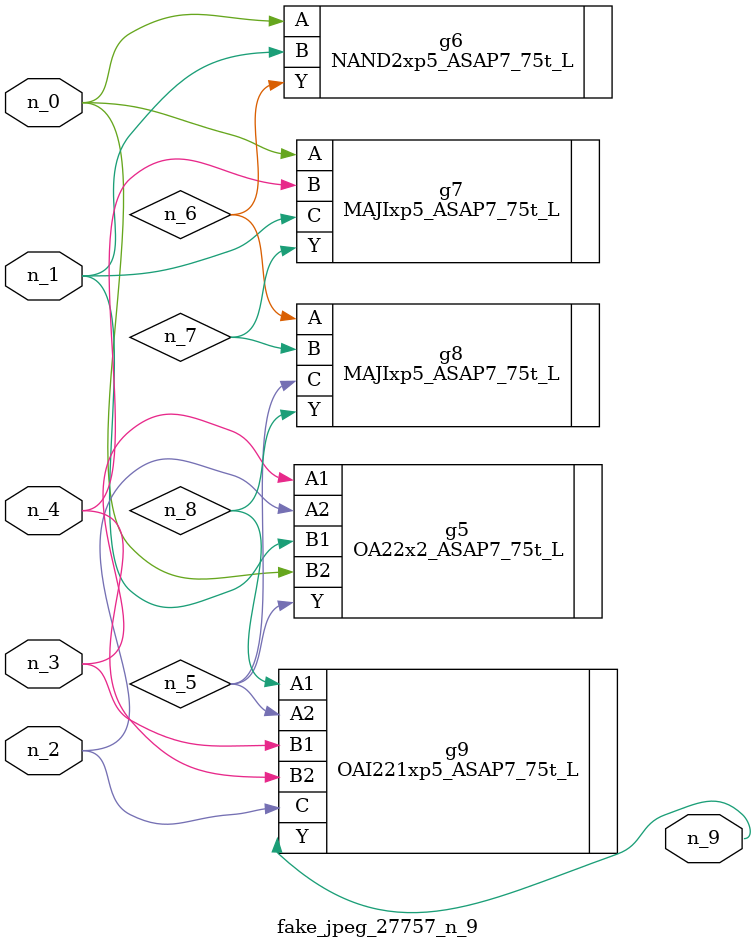
<source format=v>
module fake_jpeg_27757_n_9 (n_3, n_2, n_1, n_0, n_4, n_9);

input n_3;
input n_2;
input n_1;
input n_0;
input n_4;

output n_9;

wire n_8;
wire n_6;
wire n_5;
wire n_7;

OA22x2_ASAP7_75t_L g5 ( 
.A1(n_3),
.A2(n_2),
.B1(n_1),
.B2(n_0),
.Y(n_5)
);

NAND2xp5_ASAP7_75t_L g6 ( 
.A(n_0),
.B(n_1),
.Y(n_6)
);

MAJIxp5_ASAP7_75t_L g7 ( 
.A(n_0),
.B(n_4),
.C(n_1),
.Y(n_7)
);

MAJIxp5_ASAP7_75t_L g8 ( 
.A(n_6),
.B(n_7),
.C(n_5),
.Y(n_8)
);

OAI221xp5_ASAP7_75t_L g9 ( 
.A1(n_8),
.A2(n_5),
.B1(n_3),
.B2(n_4),
.C(n_2),
.Y(n_9)
);


endmodule
</source>
